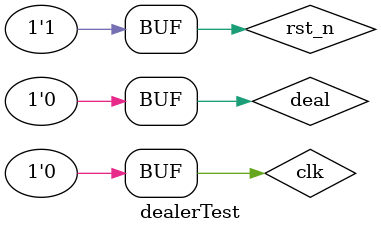
<source format=v>
`timescale 1ns / 1ps


module dealerTest;

	// Inputs
	reg deal;
	reg clk;
	reg rst_n;

	// Outputs
	wire [3:0] card;
	wire dealt;

	// Instantiate the Unit Under Test (UUT)
	dealer uut (
		.deal(deal), 
		.clk(clk), 
		.rst_n(rst_n), 
		.card(card), 
		.dealt(dealt)
	);

	initial begin
		// Initialize Inputs
		deal = 0;
		clk = 0;
		rst_n = 0;

		// Wait 100 ns for global reset to finish
		#100;
        
		// Add stimulus here
		rst_n = 1;
		repeat(32)
			#1 clk = ~clk;
			deal = 1'b1;
		repeat(32)
			#1 clk = ~clk; 
			deal = 1'b0;
		repeat(32)
			#1 clk = ~clk;
			deal = 1'b1;
		repeat(32)
			#1 clk = ~clk;
			deal = 1'b0;
		repeat(32)
			#1 clk = ~clk;
			deal = 1'b1;
		repeat(32)
			#1 clk = ~clk;
			deal = 1'b0;
		repeat(32)
			#1 clk = ~clk;
			deal = 1'b1;
		repeat(32)
			#1 clk = ~clk;
			deal = 1'b0;
	end
      
endmodule


</source>
